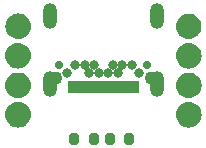
<source format=gbr>
%TF.GenerationSoftware,KiCad,Pcbnew,7.0.6*%
%TF.CreationDate,2023-12-15T10:42:07-08:00*%
%TF.ProjectId,UGC_USBC,5547435f-5553-4424-932e-6b696361645f,rev?*%
%TF.SameCoordinates,Original*%
%TF.FileFunction,Soldermask,Top*%
%TF.FilePolarity,Negative*%
%FSLAX46Y46*%
G04 Gerber Fmt 4.6, Leading zero omitted, Abs format (unit mm)*
G04 Created by KiCad (PCBNEW 7.0.6) date 2023-12-15 10:42:07*
%MOMM*%
%LPD*%
G01*
G04 APERTURE LIST*
G04 Aperture macros list*
%AMRoundRect*
0 Rectangle with rounded corners*
0 $1 Rounding radius*
0 $2 $3 $4 $5 $6 $7 $8 $9 X,Y pos of 4 corners*
0 Add a 4 corners polygon primitive as box body*
4,1,4,$2,$3,$4,$5,$6,$7,$8,$9,$2,$3,0*
0 Add four circle primitives for the rounded corners*
1,1,$1+$1,$2,$3*
1,1,$1+$1,$4,$5*
1,1,$1+$1,$6,$7*
1,1,$1+$1,$8,$9*
0 Add four rect primitives between the rounded corners*
20,1,$1+$1,$2,$3,$4,$5,0*
20,1,$1+$1,$4,$5,$6,$7,0*
20,1,$1+$1,$6,$7,$8,$9,0*
20,1,$1+$1,$8,$9,$2,$3,0*%
G04 Aperture macros list end*
%ADD10C,0.200000*%
%ADD11RoundRect,0.200000X0.200000X0.275000X-0.200000X0.275000X-0.200000X-0.275000X0.200000X-0.275000X0*%
%ADD12C,0.700000*%
%ADD13RoundRect,0.102000X-0.175000X0.445000X-0.175000X-0.445000X0.175000X-0.445000X0.175000X0.445000X0*%
%ADD14C,0.804000*%
%ADD15O,1.204000X2.204000*%
%ADD16C,1.104000*%
%ADD17RoundRect,0.200000X-0.200000X-0.275000X0.200000X-0.275000X0.200000X0.275000X-0.200000X0.275000X0*%
G04 APERTURE END LIST*
D10*
X236327742Y-147892703D02*
X236515335Y-147949608D01*
X236688222Y-148042018D01*
X236839759Y-148166381D01*
X236964122Y-148317918D01*
X237056532Y-148490805D01*
X237113437Y-148678398D01*
X237132652Y-148873488D01*
X237113437Y-149068578D01*
X237056532Y-149256171D01*
X236964122Y-149429058D01*
X236839759Y-149580595D01*
X236688222Y-149704958D01*
X236515335Y-149797368D01*
X236327742Y-149854273D01*
X236132652Y-149873488D01*
X235937562Y-149854273D01*
X235749969Y-149797368D01*
X235577082Y-149704958D01*
X235425545Y-149580595D01*
X235301182Y-149429058D01*
X235208772Y-149256171D01*
X235151867Y-149068578D01*
X235132652Y-148873488D01*
X235151867Y-148678398D01*
X235208772Y-148490805D01*
X235301182Y-148317918D01*
X235425545Y-148166381D01*
X235577082Y-148042018D01*
X235749969Y-147949608D01*
X235937562Y-147892703D01*
X236132652Y-147873488D01*
X236327742Y-147892703D01*
G36*
X236327742Y-147892703D02*
G01*
X236515335Y-147949608D01*
X236688222Y-148042018D01*
X236839759Y-148166381D01*
X236964122Y-148317918D01*
X237056532Y-148490805D01*
X237113437Y-148678398D01*
X237132652Y-148873488D01*
X237113437Y-149068578D01*
X237056532Y-149256171D01*
X236964122Y-149429058D01*
X236839759Y-149580595D01*
X236688222Y-149704958D01*
X236515335Y-149797368D01*
X236327742Y-149854273D01*
X236132652Y-149873488D01*
X235937562Y-149854273D01*
X235749969Y-149797368D01*
X235577082Y-149704958D01*
X235425545Y-149580595D01*
X235301182Y-149429058D01*
X235208772Y-149256171D01*
X235151867Y-149068578D01*
X235132652Y-148873488D01*
X235151867Y-148678398D01*
X235208772Y-148490805D01*
X235301182Y-148317918D01*
X235425545Y-148166381D01*
X235577082Y-148042018D01*
X235749969Y-147949608D01*
X235937562Y-147892703D01*
X236132652Y-147873488D01*
X236327742Y-147892703D01*
G37*
X221879831Y-155379704D02*
X222067424Y-155436609D01*
X222240311Y-155529019D01*
X222391848Y-155653382D01*
X222516211Y-155804919D01*
X222608621Y-155977806D01*
X222665526Y-156165399D01*
X222684741Y-156360489D01*
X222665526Y-156555579D01*
X222608621Y-156743172D01*
X222516211Y-156916059D01*
X222391848Y-157067596D01*
X222240311Y-157191959D01*
X222067424Y-157284369D01*
X221879831Y-157341274D01*
X221684741Y-157360489D01*
X221489651Y-157341274D01*
X221302058Y-157284369D01*
X221129171Y-157191959D01*
X220977634Y-157067596D01*
X220853271Y-156916059D01*
X220760861Y-156743172D01*
X220703956Y-156555579D01*
X220684741Y-156360489D01*
X220703956Y-156165399D01*
X220760861Y-155977806D01*
X220853271Y-155804919D01*
X220977634Y-155653382D01*
X221129171Y-155529019D01*
X221302058Y-155436609D01*
X221489651Y-155379704D01*
X221684741Y-155360489D01*
X221879831Y-155379704D01*
G36*
X221879831Y-155379704D02*
G01*
X222067424Y-155436609D01*
X222240311Y-155529019D01*
X222391848Y-155653382D01*
X222516211Y-155804919D01*
X222608621Y-155977806D01*
X222665526Y-156165399D01*
X222684741Y-156360489D01*
X222665526Y-156555579D01*
X222608621Y-156743172D01*
X222516211Y-156916059D01*
X222391848Y-157067596D01*
X222240311Y-157191959D01*
X222067424Y-157284369D01*
X221879831Y-157341274D01*
X221684741Y-157360489D01*
X221489651Y-157341274D01*
X221302058Y-157284369D01*
X221129171Y-157191959D01*
X220977634Y-157067596D01*
X220853271Y-156916059D01*
X220760861Y-156743172D01*
X220703956Y-156555579D01*
X220684741Y-156360489D01*
X220703956Y-156165399D01*
X220760861Y-155977806D01*
X220853271Y-155804919D01*
X220977634Y-155653382D01*
X221129171Y-155529019D01*
X221302058Y-155436609D01*
X221489651Y-155379704D01*
X221684741Y-155360489D01*
X221879831Y-155379704D01*
G37*
X221886290Y-147881615D02*
X222073883Y-147938520D01*
X222246770Y-148030930D01*
X222398307Y-148155293D01*
X222522670Y-148306830D01*
X222615080Y-148479717D01*
X222671985Y-148667310D01*
X222691200Y-148862400D01*
X222671985Y-149057490D01*
X222615080Y-149245083D01*
X222522670Y-149417970D01*
X222398307Y-149569507D01*
X222246770Y-149693870D01*
X222073883Y-149786280D01*
X221886290Y-149843185D01*
X221691200Y-149862400D01*
X221496110Y-149843185D01*
X221308517Y-149786280D01*
X221135630Y-149693870D01*
X220984093Y-149569507D01*
X220859730Y-149417970D01*
X220767320Y-149245083D01*
X220710415Y-149057490D01*
X220691200Y-148862400D01*
X220710415Y-148667310D01*
X220767320Y-148479717D01*
X220859730Y-148306830D01*
X220984093Y-148155293D01*
X221135630Y-148030930D01*
X221308517Y-147938520D01*
X221496110Y-147881615D01*
X221691200Y-147862400D01*
X221886290Y-147881615D01*
G36*
X221886290Y-147881615D02*
G01*
X222073883Y-147938520D01*
X222246770Y-148030930D01*
X222398307Y-148155293D01*
X222522670Y-148306830D01*
X222615080Y-148479717D01*
X222671985Y-148667310D01*
X222691200Y-148862400D01*
X222671985Y-149057490D01*
X222615080Y-149245083D01*
X222522670Y-149417970D01*
X222398307Y-149569507D01*
X222246770Y-149693870D01*
X222073883Y-149786280D01*
X221886290Y-149843185D01*
X221691200Y-149862400D01*
X221496110Y-149843185D01*
X221308517Y-149786280D01*
X221135630Y-149693870D01*
X220984093Y-149569507D01*
X220859730Y-149417970D01*
X220767320Y-149245083D01*
X220710415Y-149057490D01*
X220691200Y-148862400D01*
X220710415Y-148667310D01*
X220767320Y-148479717D01*
X220859730Y-148306830D01*
X220984093Y-148155293D01*
X221135630Y-148030930D01*
X221308517Y-147938520D01*
X221496110Y-147881615D01*
X221691200Y-147862400D01*
X221886290Y-147881615D01*
G37*
X236335268Y-150391513D02*
X236522861Y-150448418D01*
X236695748Y-150540828D01*
X236847285Y-150665191D01*
X236971648Y-150816728D01*
X237064058Y-150989615D01*
X237120963Y-151177208D01*
X237140178Y-151372298D01*
X237120963Y-151567388D01*
X237064058Y-151754981D01*
X236971648Y-151927868D01*
X236847285Y-152079405D01*
X236695748Y-152203768D01*
X236522861Y-152296178D01*
X236335268Y-152353083D01*
X236140178Y-152372298D01*
X235945088Y-152353083D01*
X235757495Y-152296178D01*
X235584608Y-152203768D01*
X235433071Y-152079405D01*
X235308708Y-151927868D01*
X235216298Y-151754981D01*
X235159393Y-151567388D01*
X235140178Y-151372298D01*
X235159393Y-151177208D01*
X235216298Y-150989615D01*
X235308708Y-150816728D01*
X235433071Y-150665191D01*
X235584608Y-150540828D01*
X235757495Y-150448418D01*
X235945088Y-150391513D01*
X236140178Y-150372298D01*
X236335268Y-150391513D01*
G36*
X236335268Y-150391513D02*
G01*
X236522861Y-150448418D01*
X236695748Y-150540828D01*
X236847285Y-150665191D01*
X236971648Y-150816728D01*
X237064058Y-150989615D01*
X237120963Y-151177208D01*
X237140178Y-151372298D01*
X237120963Y-151567388D01*
X237064058Y-151754981D01*
X236971648Y-151927868D01*
X236847285Y-152079405D01*
X236695748Y-152203768D01*
X236522861Y-152296178D01*
X236335268Y-152353083D01*
X236140178Y-152372298D01*
X235945088Y-152353083D01*
X235757495Y-152296178D01*
X235584608Y-152203768D01*
X235433071Y-152079405D01*
X235308708Y-151927868D01*
X235216298Y-151754981D01*
X235159393Y-151567388D01*
X235140178Y-151372298D01*
X235159393Y-151177208D01*
X235216298Y-150989615D01*
X235308708Y-150816728D01*
X235433071Y-150665191D01*
X235584608Y-150540828D01*
X235757495Y-150448418D01*
X235945088Y-150391513D01*
X236140178Y-150372298D01*
X236335268Y-150391513D01*
G37*
X221872305Y-150382084D02*
X222059898Y-150438989D01*
X222232785Y-150531399D01*
X222384322Y-150655762D01*
X222508685Y-150807299D01*
X222601095Y-150980186D01*
X222658000Y-151167779D01*
X222677215Y-151362869D01*
X222658000Y-151557959D01*
X222601095Y-151745552D01*
X222508685Y-151918439D01*
X222384322Y-152069976D01*
X222232785Y-152194339D01*
X222059898Y-152286749D01*
X221872305Y-152343654D01*
X221677215Y-152362869D01*
X221482125Y-152343654D01*
X221294532Y-152286749D01*
X221121645Y-152194339D01*
X220970108Y-152069976D01*
X220845745Y-151918439D01*
X220753335Y-151745552D01*
X220696430Y-151557959D01*
X220677215Y-151362869D01*
X220696430Y-151167779D01*
X220753335Y-150980186D01*
X220845745Y-150807299D01*
X220970108Y-150655762D01*
X221121645Y-150531399D01*
X221294532Y-150438989D01*
X221482125Y-150382084D01*
X221677215Y-150362869D01*
X221872305Y-150382084D01*
G36*
X221872305Y-150382084D02*
G01*
X222059898Y-150438989D01*
X222232785Y-150531399D01*
X222384322Y-150655762D01*
X222508685Y-150807299D01*
X222601095Y-150980186D01*
X222658000Y-151167779D01*
X222677215Y-151362869D01*
X222658000Y-151557959D01*
X222601095Y-151745552D01*
X222508685Y-151918439D01*
X222384322Y-152069976D01*
X222232785Y-152194339D01*
X222059898Y-152286749D01*
X221872305Y-152343654D01*
X221677215Y-152362869D01*
X221482125Y-152343654D01*
X221294532Y-152286749D01*
X221121645Y-152194339D01*
X220970108Y-152069976D01*
X220845745Y-151918439D01*
X220753335Y-151745552D01*
X220696430Y-151557959D01*
X220677215Y-151362869D01*
X220696430Y-151167779D01*
X220753335Y-150980186D01*
X220845745Y-150807299D01*
X220970108Y-150655762D01*
X221121645Y-150531399D01*
X221294532Y-150438989D01*
X221482125Y-150382084D01*
X221677215Y-150362869D01*
X221872305Y-150382084D01*
G37*
X236335268Y-155381607D02*
X236522861Y-155438512D01*
X236695748Y-155530922D01*
X236847285Y-155655285D01*
X236971648Y-155806822D01*
X237064058Y-155979709D01*
X237120963Y-156167302D01*
X237140178Y-156362392D01*
X237120963Y-156557482D01*
X237064058Y-156745075D01*
X236971648Y-156917962D01*
X236847285Y-157069499D01*
X236695748Y-157193862D01*
X236522861Y-157286272D01*
X236335268Y-157343177D01*
X236140178Y-157362392D01*
X235945088Y-157343177D01*
X235757495Y-157286272D01*
X235584608Y-157193862D01*
X235433071Y-157069499D01*
X235308708Y-156917962D01*
X235216298Y-156745075D01*
X235159393Y-156557482D01*
X235140178Y-156362392D01*
X235159393Y-156167302D01*
X235216298Y-155979709D01*
X235308708Y-155806822D01*
X235433071Y-155655285D01*
X235584608Y-155530922D01*
X235757495Y-155438512D01*
X235945088Y-155381607D01*
X236140178Y-155362392D01*
X236335268Y-155381607D01*
G36*
X236335268Y-155381607D02*
G01*
X236522861Y-155438512D01*
X236695748Y-155530922D01*
X236847285Y-155655285D01*
X236971648Y-155806822D01*
X237064058Y-155979709D01*
X237120963Y-156167302D01*
X237140178Y-156362392D01*
X237120963Y-156557482D01*
X237064058Y-156745075D01*
X236971648Y-156917962D01*
X236847285Y-157069499D01*
X236695748Y-157193862D01*
X236522861Y-157286272D01*
X236335268Y-157343177D01*
X236140178Y-157362392D01*
X235945088Y-157343177D01*
X235757495Y-157286272D01*
X235584608Y-157193862D01*
X235433071Y-157069499D01*
X235308708Y-156917962D01*
X235216298Y-156745075D01*
X235159393Y-156557482D01*
X235140178Y-156362392D01*
X235159393Y-156167302D01*
X235216298Y-155979709D01*
X235308708Y-155806822D01*
X235433071Y-155655285D01*
X235584608Y-155530922D01*
X235757495Y-155438512D01*
X235945088Y-155381607D01*
X236140178Y-155362392D01*
X236335268Y-155381607D01*
G37*
X236335268Y-152882797D02*
X236522861Y-152939702D01*
X236695748Y-153032112D01*
X236847285Y-153156475D01*
X236971648Y-153308012D01*
X237064058Y-153480899D01*
X237120963Y-153668492D01*
X237140178Y-153863582D01*
X237120963Y-154058672D01*
X237064058Y-154246265D01*
X236971648Y-154419152D01*
X236847285Y-154570689D01*
X236695748Y-154695052D01*
X236522861Y-154787462D01*
X236335268Y-154844367D01*
X236140178Y-154863582D01*
X235945088Y-154844367D01*
X235757495Y-154787462D01*
X235584608Y-154695052D01*
X235433071Y-154570689D01*
X235308708Y-154419152D01*
X235216298Y-154246265D01*
X235159393Y-154058672D01*
X235140178Y-153863582D01*
X235159393Y-153668492D01*
X235216298Y-153480899D01*
X235308708Y-153308012D01*
X235433071Y-153156475D01*
X235584608Y-153032112D01*
X235757495Y-152939702D01*
X235945088Y-152882797D01*
X236140178Y-152863582D01*
X236335268Y-152882797D01*
G36*
X236335268Y-152882797D02*
G01*
X236522861Y-152939702D01*
X236695748Y-153032112D01*
X236847285Y-153156475D01*
X236971648Y-153308012D01*
X237064058Y-153480899D01*
X237120963Y-153668492D01*
X237140178Y-153863582D01*
X237120963Y-154058672D01*
X237064058Y-154246265D01*
X236971648Y-154419152D01*
X236847285Y-154570689D01*
X236695748Y-154695052D01*
X236522861Y-154787462D01*
X236335268Y-154844367D01*
X236140178Y-154863582D01*
X235945088Y-154844367D01*
X235757495Y-154787462D01*
X235584608Y-154695052D01*
X235433071Y-154570689D01*
X235308708Y-154419152D01*
X235216298Y-154246265D01*
X235159393Y-154058672D01*
X235140178Y-153863582D01*
X235159393Y-153668492D01*
X235216298Y-153480899D01*
X235308708Y-153308012D01*
X235433071Y-153156475D01*
X235584608Y-153032112D01*
X235757495Y-152939702D01*
X235945088Y-152882797D01*
X236140178Y-152863582D01*
X236335268Y-152882797D01*
G37*
X221879831Y-152880894D02*
X222067424Y-152937799D01*
X222240311Y-153030209D01*
X222391848Y-153154572D01*
X222516211Y-153306109D01*
X222608621Y-153478996D01*
X222665526Y-153666589D01*
X222684741Y-153861679D01*
X222665526Y-154056769D01*
X222608621Y-154244362D01*
X222516211Y-154417249D01*
X222391848Y-154568786D01*
X222240311Y-154693149D01*
X222067424Y-154785559D01*
X221879831Y-154842464D01*
X221684741Y-154861679D01*
X221489651Y-154842464D01*
X221302058Y-154785559D01*
X221129171Y-154693149D01*
X220977634Y-154568786D01*
X220853271Y-154417249D01*
X220760861Y-154244362D01*
X220703956Y-154056769D01*
X220684741Y-153861679D01*
X220703956Y-153666589D01*
X220760861Y-153478996D01*
X220853271Y-153306109D01*
X220977634Y-153154572D01*
X221129171Y-153030209D01*
X221302058Y-152937799D01*
X221489651Y-152880894D01*
X221684741Y-152861679D01*
X221879831Y-152880894D01*
G36*
X221879831Y-152880894D02*
G01*
X222067424Y-152937799D01*
X222240311Y-153030209D01*
X222391848Y-153154572D01*
X222516211Y-153306109D01*
X222608621Y-153478996D01*
X222665526Y-153666589D01*
X222684741Y-153861679D01*
X222665526Y-154056769D01*
X222608621Y-154244362D01*
X222516211Y-154417249D01*
X222391848Y-154568786D01*
X222240311Y-154693149D01*
X222067424Y-154785559D01*
X221879831Y-154842464D01*
X221684741Y-154861679D01*
X221489651Y-154842464D01*
X221302058Y-154785559D01*
X221129171Y-154693149D01*
X220977634Y-154568786D01*
X220853271Y-154417249D01*
X220760861Y-154244362D01*
X220703956Y-154056769D01*
X220684741Y-153861679D01*
X220703956Y-153666589D01*
X220760861Y-153478996D01*
X220853271Y-153306109D01*
X220977634Y-153154572D01*
X221129171Y-153030209D01*
X221302058Y-152937799D01*
X221489651Y-152880894D01*
X221684741Y-152861679D01*
X221879831Y-152880894D01*
G37*
D11*
%TO.C,R1*%
X231113600Y-158394400D03*
X229463600Y-158394400D03*
%TD*%
D12*
%TO.C,J1*%
X232641178Y-152112400D03*
X225191178Y-152112400D03*
D13*
X231666178Y-154017400D03*
X231166178Y-154017400D03*
X230666178Y-154017400D03*
X230166178Y-154017400D03*
X229666178Y-154017400D03*
X229166178Y-154017400D03*
X228666178Y-154017400D03*
X228166178Y-154017400D03*
X227666178Y-154017400D03*
X227166178Y-154017400D03*
X226666178Y-154017400D03*
X226166178Y-154017400D03*
D14*
X225866178Y-152812400D03*
X226516178Y-152112400D03*
X227316178Y-152112400D03*
X227716178Y-152812400D03*
X228116178Y-152112400D03*
X228516178Y-152812400D03*
X229316178Y-152812400D03*
X229716178Y-152112400D03*
X230116178Y-152812400D03*
X230516178Y-152112400D03*
X231316178Y-152112400D03*
X231966178Y-152812400D03*
D15*
X233416178Y-148012400D03*
D16*
X232966178Y-153212400D03*
D15*
X233416178Y-153762400D03*
X224416178Y-148012400D03*
D16*
X224866178Y-153212400D03*
D15*
X224416178Y-153762400D03*
%TD*%
D17*
%TO.C,R2*%
X226442000Y-158394400D03*
X228092000Y-158394400D03*
%TD*%
M02*

</source>
